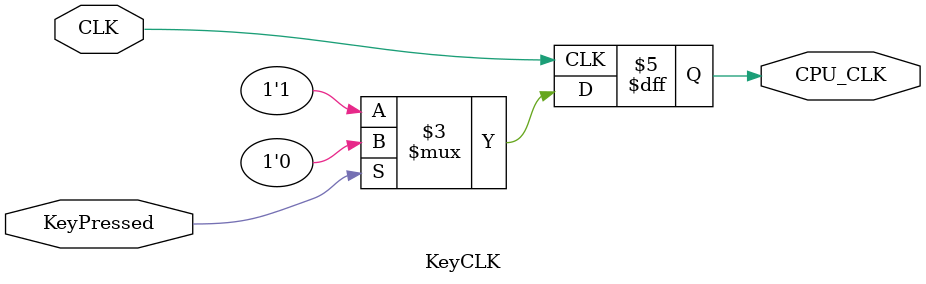
<source format=v>
`timescale 1ns / 1ps

module KeyCLK(
  input CLK,
  input KeyPressed,
  output reg CPU_CLK
);

  always @(posedge CLK) begin
    if (KeyPressed) begin
      CPU_CLK <= 0;
    end else begin
      CPU_CLK <= 1;
    end
  end

endmodule
</source>
